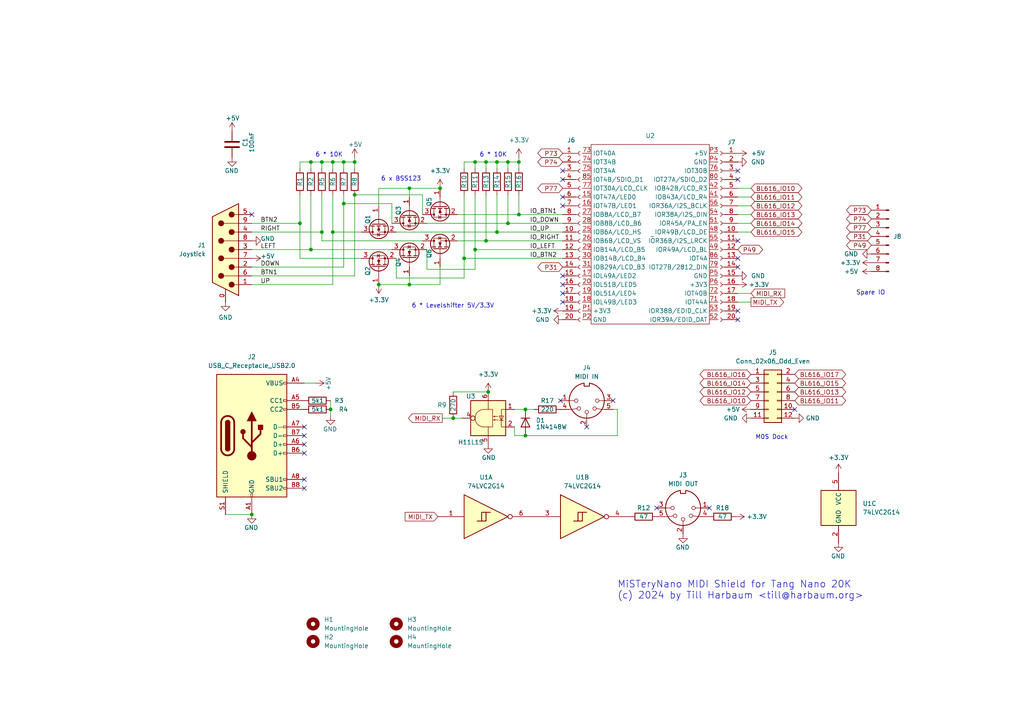
<source format=kicad_sch>
(kicad_sch (version 20230121) (generator eeschema)
  (paper "A4")
  (title_block (title "MiSTeryNano MIDI Shield") (date "2024-01-11") (rev "V1.0") (company "Till Harbaum"))
  (lib_symbols
    (symbol "74xGxx:74LVC2G14"
      (property "Reference" "U" (at 0 7.62 0))
      (property "Value" "74LVC2G14" (at 2.54 -7.62 0))
      (symbol "74LVC2G14_1_1"
        (pin input line (at -15.24 0 0) (length 7.62) (name "~") (number "1"))
        (pin output inverted (at 12.7 0 180) (length 7.62) (name "~") (number "6"))
      )
      (symbol "74LVC2G14_2_1"
        (pin input line (at -15.24 0 0) (length 7.62) (name "~") (number "3"))
        (pin output inverted (at 12.7 0 180) (length 7.62) (name "~") (number "4"))
      )
      (symbol "74LVC2G14_3_1"
        (pin power_in line (at 0 -10.16 90) (length 5.08) (name "GND") (number "2"))
        (pin power_in line (at 0 10.16 270) (length 5.08) (name "VCC") (number "5"))
      )
    )
    (symbol "Connector:Conn_01x08_Pin" (pin_names (offset 1.016) hide)
      (property "Reference" "J" (at 0 10.16 0))
      (property "Value" "Conn_01x08_Pin" (at 0 -12.7 0))
      (symbol "Conn_01x08_Pin_1_1"
        (pin passive line (at 5.08 7.62 180) (length 3.81) (name "Pin_1") (number "1"))
        (pin passive line (at 5.08 5.08 180) (length 3.81) (name "Pin_2") (number "2"))
        (pin passive line (at 5.08 2.54 180) (length 3.81) (name "Pin_3") (number "3"))
        (pin passive line (at 5.08 0 180) (length 3.81) (name "Pin_4") (number "4"))
        (pin passive line (at 5.08 -2.54 180) (length 3.81) (name "Pin_5") (number "5"))
        (pin passive line (at 5.08 -5.08 180) (length 3.81) (name "Pin_6") (number "6"))
        (pin passive line (at 5.08 -7.62 180) (length 3.81) (name "Pin_7") (number "7"))
        (pin passive line (at 5.08 -10.16 180) (length 3.81) (name "Pin_8") (number "8"))
      )
    )
    (symbol "Connector:Conn_01x20_Socket" (pin_names (offset 1.016) hide)
      (property "Reference" "J" (at 0 25.4 0))
      (property "Value" "Conn_01x20_Socket" (at 0 -27.94 0))
      (symbol "Conn_01x20_Socket_1_1"
        (pin passive line (at -5.08 22.86 0) (length 3.81) (name "Pin_1") (number "1"))
        (pin passive line (at -5.08 0 0) (length 3.81) (name "Pin_10") (number "10"))
        (pin passive line (at -5.08 -2.54 0) (length 3.81) (name "Pin_11") (number "11"))
        (pin passive line (at -5.08 -5.08 0) (length 3.81) (name "Pin_12") (number "12"))
        (pin passive line (at -5.08 -7.62 0) (length 3.81) (name "Pin_13") (number "13"))
        (pin passive line (at -5.08 -10.16 0) (length 3.81) (name "Pin_14") (number "14"))
        (pin passive line (at -5.08 -12.7 0) (length 3.81) (name "Pin_15") (number "15"))
        (pin passive line (at -5.08 -15.24 0) (length 3.81) (name "Pin_16") (number "16"))
        (pin passive line (at -5.08 -17.78 0) (length 3.81) (name "Pin_17") (number "17"))
        (pin passive line (at -5.08 -20.32 0) (length 3.81) (name "Pin_18") (number "18"))
        (pin passive line (at -5.08 -22.86 0) (length 3.81) (name "Pin_19") (number "19"))
        (pin passive line (at -5.08 20.32 0) (length 3.81) (name "Pin_2") (number "2"))
        (pin passive line (at -5.08 -25.4 0) (length 3.81) (name "Pin_20") (number "20"))
        (pin passive line (at -5.08 17.78 0) (length 3.81) (name "Pin_3") (number "3"))
        (pin passive line (at -5.08 15.24 0) (length 3.81) (name "Pin_4") (number "4"))
        (pin passive line (at -5.08 12.7 0) (length 3.81) (name "Pin_5") (number "5"))
        (pin passive line (at -5.08 10.16 0) (length 3.81) (name "Pin_6") (number "6"))
        (pin passive line (at -5.08 7.62 0) (length 3.81) (name "Pin_7") (number "7"))
        (pin passive line (at -5.08 5.08 0) (length 3.81) (name "Pin_8") (number "8"))
        (pin passive line (at -5.08 2.54 0) (length 3.81) (name "Pin_9") (number "9"))
      )
    )
    (symbol "Connector:DE9_Plug_MountingHoles" (pin_names (offset 1.016) hide)
      (property "Reference" "J" (at 0 16.51 0))
      (property "Value" "DE9_Plug_MountingHoles" (at 0 14.605 0))
      (symbol "DE9_Plug_MountingHoles_1_1"
        (pin passive line (at 0 -15.24 90) (length 3.81) (name "PAD") (number "0"))
        (pin passive line (at -7.62 -10.16 0) (length 3.81) (name "1") (number "1"))
        (pin passive line (at -7.62 -5.08 0) (length 3.81) (name "2") (number "2"))
        (pin passive line (at -7.62 0 0) (length 3.81) (name "3") (number "3"))
        (pin passive line (at -7.62 5.08 0) (length 3.81) (name "4") (number "4"))
        (pin passive line (at -7.62 10.16 0) (length 3.81) (name "5") (number "5"))
        (pin passive line (at -7.62 -7.62 0) (length 3.81) (name "6") (number "6"))
        (pin passive line (at -7.62 -2.54 0) (length 3.81) (name "7") (number "7"))
        (pin passive line (at -7.62 2.54 0) (length 3.81) (name "8") (number "8"))
        (pin passive line (at -7.62 7.62 0) (length 3.81) (name "9") (number "9"))
      )
    )
    (symbol "Connector:DIN-5_180degree" (pin_names (offset 1.016))
      (property "Reference" "J" (at 3.175 5.715 0))
      (property "Value" "DIN-5_180degree" (at 0 -6.35 0))
      (symbol "DIN-5_180degree_1_1"
        (pin passive line (at -7.62 0 0) (length 2.54) (name "~") (number "1"))
        (pin passive line (at 0 7.62 270) (length 2.54) (name "~") (number "2"))
        (pin passive line (at 7.62 0 180) (length 2.54) (name "~") (number "3"))
        (pin passive line (at -7.62 2.54 0) (length 2.54) (name "~") (number "4"))
        (pin passive line (at 7.62 2.54 180) (length 2.54) (name "~") (number "5"))
      )
    )
    (symbol "Connector:USB_C_Receptacle_USB2.0" (pin_names (offset 1.016))
      (property "Reference" "J" (at -10.16 19.05 0))
      (property "Value" "USB_C_Receptacle_USB2.0" (at 19.05 19.05 0))
      (symbol "USB_C_Receptacle_USB2.0_1_1"
        (pin passive line (at 0 -22.86 90) (length 5.08) (name "GND") (number "A1"))
        (pin passive line (at 0 -22.86 90) (length 5.08) hide (name "GND") (number "A12"))
        (pin passive line (at 15.24 15.24 180) (length 5.08) (name "VBUS") (number "A4"))
        (pin bidirectional line (at 15.24 10.16 180) (length 5.08) (name "CC1") (number "A5"))
        (pin bidirectional line (at 15.24 -2.54 180) (length 5.08) (name "D+") (number "A6"))
        (pin bidirectional line (at 15.24 2.54 180) (length 5.08) (name "D-") (number "A7"))
        (pin bidirectional line (at 15.24 -12.7 180) (length 5.08) (name "SBU1") (number "A8"))
        (pin passive line (at 15.24 15.24 180) (length 5.08) hide (name "VBUS") (number "A9"))
        (pin passive line (at 0 -22.86 90) (length 5.08) hide (name "GND") (number "B1"))
        (pin passive line (at 0 -22.86 90) (length 5.08) hide (name "GND") (number "B12"))
        (pin passive line (at 15.24 15.24 180) (length 5.08) hide (name "VBUS") (number "B4"))
        (pin bidirectional line (at 15.24 7.62 180) (length 5.08) (name "CC2") (number "B5"))
        (pin bidirectional line (at 15.24 -5.08 180) (length 5.08) (name "D+") (number "B6"))
        (pin bidirectional line (at 15.24 0 180) (length 5.08) (name "D-") (number "B7"))
        (pin bidirectional line (at 15.24 -15.24 180) (length 5.08) (name "SBU2") (number "B8"))
        (pin passive line (at 15.24 15.24 180) (length 5.08) hide (name "VBUS") (number "B9"))
        (pin passive line (at -7.62 -22.86 90) (length 5.08) (name "SHIELD") (number "S1"))
      )
    )
    (symbol "Connector_Generic:Conn_02x06_Odd_Even" (pin_names (offset 1.016) hide)
      (property "Reference" "J" (at 1.27 7.62 0))
      (property "Value" "Conn_02x06_Odd_Even" (at 1.27 -10.16 0))
      (symbol "Conn_02x06_Odd_Even_1_1"
        (pin passive line (at -5.08 5.08 0) (length 3.81) (name "Pin_1") (number "1"))
        (pin passive line (at 7.62 -5.08 180) (length 3.81) (name "Pin_10") (number "10"))
        (pin passive line (at -5.08 -7.62 0) (length 3.81) (name "Pin_11") (number "11"))
        (pin passive line (at 7.62 -7.62 180) (length 3.81) (name "Pin_12") (number "12"))
        (pin passive line (at 7.62 5.08 180) (length 3.81) (name "Pin_2") (number "2"))
        (pin passive line (at -5.08 2.54 0) (length 3.81) (name "Pin_3") (number "3"))
        (pin passive line (at 7.62 2.54 180) (length 3.81) (name "Pin_4") (number "4"))
        (pin passive line (at -5.08 0 0) (length 3.81) (name "Pin_5") (number "5"))
        (pin passive line (at 7.62 0 180) (length 3.81) (name "Pin_6") (number "6"))
        (pin passive line (at -5.08 -2.54 0) (length 3.81) (name "Pin_7") (number "7"))
        (pin passive line (at 7.62 -2.54 180) (length 3.81) (name "Pin_8") (number "8"))
        (pin passive line (at -5.08 -5.08 0) (length 3.81) (name "Pin_9") (number "9"))
      )
    )
    (symbol "Device:C" (pin_numbers hide) (pin_names (offset 0.254))
      (property "Reference" "C" (at 0.635 2.54 0))
      (property "Value" "C" (at 0.635 -2.54 0))
      (symbol "C_1_1"
        (pin passive line (at 0 3.81 270) (length 2.794) (name "~") (number "1"))
        (pin passive line (at 0 -3.81 90) (length 2.794) (name "~") (number "2"))
      )
    )
    (symbol "Device:R" (pin_numbers hide) (pin_names (offset 0))
      (property "Reference" "R" (at 2.032 0 90))
      (property "Value" "R" (at 0 0 90))
      (symbol "R_1_1"
        (pin passive line (at 0 3.81 270) (length 1.27) (name "~") (number "1"))
        (pin passive line (at 0 -3.81 90) (length 1.27) (name "~") (number "2"))
      )
    )
    (symbol "Diode:1N4148W" (pin_numbers hide) (pin_names hide)
      (property "Reference" "D" (at 0 2.54 0))
      (property "Value" "1N4148W" (at 0 -2.54 0))
      (symbol "1N4148W_1_1"
        (pin passive line (at -3.81 0 0) (length 2.54) (name "K") (number "1"))
        (pin passive line (at 3.81 0 180) (length 2.54) (name "A") (number "2"))
      )
    )
    (symbol "Isolator:H11L1" (pin_names (offset 1.016))
      (property "Reference" "U" (at 1.27 8.89 0))
      (property "Value" "H11L1" (at 1.27 6.35 0))
      (symbol "H11L1_1_1"
        (pin passive line (at -7.62 2.54 0) (length 2.54) (name "~") (number "1"))
        (pin passive line (at -7.62 -2.54 0) (length 2.54) (name "~") (number "2"))
        (pin no_connect line (at -5.08 0 0) (length 2.54) hide (name "~") (number "3"))
        (pin output inverted (at 7.62 0 180) (length 3.81) (name "~") (number "4"))
        (pin power_in line (at 0 -7.62 90) (length 2.54) (name "~") (number "5"))
        (pin power_in line (at 0 7.62 270) (length 2.54) (name "~") (number "6"))
      )
    )
    (symbol "Mechanical:MountingHole" (pin_names (offset 1.016))
      (property "Reference" "H" (at 0 5.08 0))
      (property "Value" "MountingHole" (at 0 3.175 0))
    )
    (symbol "Transistor_FET:BSS123" (pin_names hide)
      (property "Reference" "Q" (at 5.08 1.905 0))
      (property "Value" "BSS123" (at 5.08 0 0))
      (symbol "BSS123_1_1"
        (pin input line (at -5.08 0 0) (length 2.54) (name "G") (number "1"))
        (pin passive line (at 2.54 -5.08 90) (length 2.54) (name "S") (number "2"))
        (pin passive line (at 2.54 5.08 270) (length 2.54) (name "D") (number "3"))
      )
    )
    (symbol "power:+3.3V" (power) (pin_names (offset 0))
      (property "Value" "+3.3V" (at 0 3.556 0))
      (symbol "+3.3V_1_1"
        (pin power_in line (at 0 0 90) (length 0) hide (name "+3.3V") (number "1"))
      )
    )
    (symbol "power:+5V" (power) (pin_names (offset 0))
      (property "Value" "+5V" (at 0 3.556 0))
      (symbol "+5V_1_1"
        (pin power_in line (at 0 0 90) (length 0) hide (name "+5V") (number "1"))
      )
    )
    (symbol "power:GND" (power) (pin_names (offset 0))
      (property "Value" "GND" (at 0 -3.81 0))
      (symbol "GND_1_1"
        (pin power_in line (at 0 0 270) (length 0) hide (name "GND") (number "1"))
      )
    )
    (symbol "tang_nano:tang_nano_20k"
      (property "Reference" "U" (at -16.51 27.94 0))
      (symbol "tang_nano_20k_1_1"
        (pin bidirectional line (at -20.32 11.43 0) (length 2.54) (name "IOT47A/LED0") (number "15"))
        (pin bidirectional line (at -20.32 8.89 0) (length 2.54) (name "IOT47B/LED1") (number "16"))
        (pin bidirectional line (at -20.32 -11.43 0) (length 2.54) (name "IOL49A/LED2") (number "17"))
        (pin bidirectional line (at -20.32 -19.05 0) (length 2.54) (name "IOL49B/LED3") (number "18"))
        (pin bidirectional line (at -20.32 -16.51 0) (length 2.54) (name "IOL51A/LED4") (number "19"))
        (pin bidirectional line (at -20.32 -13.97 0) (length 2.54) (name "IOL51B/LED5") (number "20"))
        (pin bidirectional line (at -20.32 1.27 0) (length 2.54) (name "IOB6A/LCD_HS") (number "25"))
        (pin bidirectional line (at -20.32 -1.27 0) (length 2.54) (name "IOB6B/LCD_VS") (number "26"))
        (pin bidirectional line (at -20.32 6.35 0) (length 2.54) (name "IOB8A/LCD_B7") (number "27"))
        (pin bidirectional line (at -20.32 3.81 0) (length 2.54) (name "IOB8B/LCD_B6") (number "28"))
        (pin bidirectional line (at -20.32 -3.81 0) (length 2.54) (name "IOB14A/LCD_B5") (number "29"))
        (pin bidirectional line (at -20.32 -6.35 0) (length 2.54) (name "IOB14B/LCD_B4") (number "30"))
        (pin bidirectional line (at -20.32 -8.89 0) (length 2.54) (name "IOB29A/LCD_B3") (number "31"))
        (pin bidirectional line (at 19.05 11.43 180) (length 2.54) (name "IOB43A/LCD_R4") (number "41"))
        (pin bidirectional line (at 19.05 13.97 180) (length 2.54) (name "IOB42B/LCD_R3") (number "42"))
        (pin bidirectional line (at 19.05 1.27 180) (length 2.54) (name "IOR49B/LCD_DE") (number "48"))
        (pin bidirectional line (at 19.05 -3.81 180) (length 2.54) (name "IOR49A/LCD_BL") (number "49"))
        (pin bidirectional line (at 19.05 3.81 180) (length 2.54) (name "IOR45A/PA_EN") (number "51"))
        (pin bidirectional line (at 19.05 -24.13 180) (length 2.54) (name "IOR39A/EDID_DAT") (number "52"))
        (pin bidirectional line (at 19.05 -21.59 180) (length 2.54) (name "IOR38B/EDID_CLK") (number "53"))
        (pin bidirectional line (at 19.05 6.35 180) (length 2.54) (name "IOR38A/I2S_DIN") (number "54"))
        (pin bidirectional line (at 19.05 -1.27 180) (length 2.54) (name "IOR36B/I2S_LRCK") (number "55"))
        (pin bidirectional line (at 19.05 8.89 180) (length 2.54) (name "IOR36A/I2S_BCLK") (number "56"))
        (pin bidirectional line (at 19.05 -19.05 180) (length 2.54) (name "IOT44A") (number "71"))
        (pin bidirectional line (at 19.05 -16.51 180) (length 2.54) (name "IOT40B") (number "72"))
        (pin bidirectional line (at -20.32 24.13 0) (length 2.54) (name "IOT40A") (number "73"))
        (pin bidirectional line (at -20.32 21.59 0) (length 2.54) (name "IOT34B") (number "74"))
        (pin bidirectional line (at -20.32 19.05 0) (length 2.54) (name "IOT34A") (number "75"))
        (pin bidirectional line (at 19.05 19.05 180) (length 2.54) (name "IOT30B") (number "76"))
        (pin bidirectional line (at -20.32 13.97 0) (length 2.54) (name "IOT30A/LCD_CLK") (number "77"))
        (pin bidirectional line (at 19.05 -8.89 180) (length 2.54) (name "IOT27B/2812_DIN") (number "79"))
        (pin bidirectional line (at 19.05 16.51 180) (length 2.54) (name "IOT27A/SDIO_D2") (number "80"))
        (pin bidirectional line (at -20.32 16.51 0) (length 2.54) (name "IOT4B/SDIO_D1") (number "85"))
        (pin bidirectional line (at 19.05 -6.35 180) (length 2.54) (name "IOT4A") (number "86"))
        (pin power_out line (at -20.32 -21.59 0) (length 2.54) (name "+3V3") (number "P1"))
        (pin power_in line (at -20.32 -24.13 0) (length 2.54) (name "GND") (number "P2"))
        (pin power_in line (at 19.05 24.13 180) (length 2.54) (name "+5V") (number "P3"))
        (pin power_in line (at 19.05 21.59 180) (length 2.54) (name "GND") (number "P4"))
        (pin power_in line (at 19.05 -11.43 180) (length 2.54) (name "GND") (number "P5"))
        (pin power_out line (at 19.05 -13.97 180) (length 2.54) (name "+3V3") (number "P6"))
      )
    )
  )
  (junction (at 95.885 118.745))
  (junction (at 93.345 67.31))
  (junction (at 90.17 46.99))
  (junction (at 118.745 54.61))
  (junction (at 141.605 113.665))
  (junction (at 90.17 72.39))
  (junction (at 152.4 126.365))
  (junction (at 102.87 46.99))
  (junction (at 134.62 74.93))
  (junction (at 152.4 118.745))
  (junction (at 93.345 46.99))
  (junction (at 147.32 46.99))
  (junction (at 137.795 46.99))
  (junction (at 86.995 64.77))
  (junction (at 144.145 46.99))
  (junction (at 99.695 46.99))
  (junction (at 118.745 82.55))
  (junction (at 140.97 46.99))
  (junction (at 137.795 72.39))
  (junction (at 109.855 82.55))
  (junction (at 99.695 59.055))
  (junction (at 140.97 69.85))
  (junction (at 96.52 46.99))
  (junction (at 150.495 62.23))
  (junction (at 131.445 121.285))
  (junction (at 147.32 64.77))
  (junction (at 73.025 149.225))
  (junction (at 127.635 54.61))
  (junction (at 144.145 67.31))
  (junction (at 150.495 46.99))
  (junction (at 96.52 67.31))
  (junction (at 102.87 56.515))
  (no_connect (at 213.995 49.53))
  (no_connect (at 213.995 69.85))
  (no_connect (at 163.195 82.55))
  (no_connect (at 162.56 116.205))
  (no_connect (at 163.195 80.01))
  (no_connect (at 205.74 147.32))
  (no_connect (at 163.195 49.53))
  (no_connect (at 163.195 52.07))
  (no_connect (at 88.265 126.365))
  (no_connect (at 163.195 59.69))
  (no_connect (at 88.265 128.905))
  (no_connect (at 88.265 141.605))
  (no_connect (at 88.265 131.445))
  (no_connect (at 190.5 147.32))
  (no_connect (at 163.195 85.09))
  (no_connect (at 213.995 77.47))
  (no_connect (at 213.995 90.17))
  (no_connect (at 73.025 62.23))
  (no_connect (at 170.18 123.825))
  (no_connect (at 163.195 57.15))
  (no_connect (at 88.265 123.825))
  (no_connect (at 163.195 87.63))
  (no_connect (at 88.265 139.065))
  (no_connect (at 213.995 52.07))
  (no_connect (at 213.995 92.71))
  (no_connect (at 213.995 74.93))
  (no_connect (at 177.8 116.205))
  (no_connect (at 230.505 118.745))
  (wire (pts (xy 118.745 54.61) (xy 127.635 54.61)))
  (wire (pts (xy 144.145 56.515) (xy 144.145 67.31)))
  (wire (pts (xy 123.825 64.77) (xy 147.32 64.77)))
  (wire (pts (xy 137.795 56.515) (xy 137.795 72.39)))
  (wire (pts (xy 179.07 118.745) (xy 179.07 126.365)))
  (wire (pts (xy 65.405 149.225) (xy 73.025 149.225)))
  (wire (pts (xy 122.555 56.515) (xy 122.555 62.23)))
  (wire (pts (xy 134.62 46.99) (xy 137.795 46.99)))
  (wire (pts (xy 90.17 46.99) (xy 90.17 48.895)))
  (wire (pts (xy 95.885 116.205) (xy 95.885 118.745)))
  (wire (pts (xy 96.52 67.31) (xy 104.775 67.31)))
  (wire (pts (xy 179.07 126.365) (xy 152.4 126.365)))
  (wire (pts (xy 134.62 56.515) (xy 134.62 74.93)))
  (wire (pts (xy 150.495 46.99) (xy 150.495 45.72)))
  (wire (pts (xy 118.745 82.55) (xy 127.635 82.55)))
  (wire (pts (xy 86.995 74.93) (xy 86.995 64.77)))
  (wire (pts (xy 140.97 69.85) (xy 163.195 69.85)))
  (wire (pts (xy 147.32 46.99) (xy 150.495 46.99)))
  (wire (pts (xy 144.145 46.99) (xy 144.145 48.895)))
  (wire (pts (xy 99.695 59.055) (xy 99.695 56.515)))
  (wire (pts (xy 99.695 46.99) (xy 99.695 48.895)))
  (wire (pts (xy 86.995 48.895) (xy 86.995 46.99)))
  (wire (pts (xy 86.995 46.99) (xy 90.17 46.99)))
  (wire (pts (xy 96.52 46.99) (xy 99.695 46.99)))
  (wire (pts (xy 73.025 64.77) (xy 86.995 64.77)))
  (wire (pts (xy 113.665 59.055) (xy 99.695 59.055)))
  (wire (pts (xy 109.855 54.61) (xy 118.745 54.61)))
  (wire (pts (xy 177.8 118.745) (xy 179.07 118.745)))
  (wire (pts (xy 86.995 64.77) (xy 86.995 56.515)))
  (wire (pts (xy 149.225 126.365) (xy 149.225 123.825)))
  (wire (pts (xy 213.995 57.15) (xy 217.805 57.15)))
  (wire (pts (xy 86.995 74.93) (xy 104.775 74.93)))
  (wire (pts (xy 102.87 46.99) (xy 102.87 48.895)))
  (wire (pts (xy 99.695 59.055) (xy 99.695 77.47)))
  (wire (pts (xy 123.825 78.105) (xy 137.795 78.105)))
  (wire (pts (xy 152.4 126.365) (xy 149.225 126.365)))
  (wire (pts (xy 134.62 74.93) (xy 163.195 74.93)))
  (wire (pts (xy 93.345 46.99) (xy 96.52 46.99)))
  (wire (pts (xy 213.995 62.23) (xy 217.805 62.23)))
  (wire (pts (xy 96.52 67.31) (xy 96.52 56.515)))
  (wire (pts (xy 73.025 77.47) (xy 99.695 77.47)))
  (wire (pts (xy 140.97 46.99) (xy 140.97 48.895)))
  (wire (pts (xy 90.17 72.39) (xy 90.17 56.515)))
  (wire (pts (xy 213.995 64.77) (xy 217.805 64.77)))
  (wire (pts (xy 131.445 121.285) (xy 133.985 121.285)))
  (wire (pts (xy 137.795 78.105) (xy 137.795 72.39)))
  (wire (pts (xy 118.745 57.15) (xy 118.745 54.61)))
  (wire (pts (xy 113.665 59.055) (xy 113.665 64.77)))
  (wire (pts (xy 152.4 118.745) (xy 149.225 118.745)))
  (wire (pts (xy 95.885 118.745) (xy 95.885 120.65)))
  (wire (pts (xy 150.495 62.23) (xy 163.195 62.23)))
  (wire (pts (xy 128.27 121.285) (xy 131.445 121.285)))
  (wire (pts (xy 137.795 46.99) (xy 137.795 48.895)))
  (wire (pts (xy 213.995 85.09) (xy 217.805 85.09)))
  (wire (pts (xy 99.695 46.99) (xy 102.87 46.99)))
  (wire (pts (xy 102.87 56.515) (xy 122.555 56.515)))
  (wire (pts (xy 109.855 82.55) (xy 118.745 82.55)))
  (wire (pts (xy 114.935 80.645) (xy 134.62 80.645)))
  (wire (pts (xy 73.025 72.39) (xy 90.17 72.39)))
  (wire (pts (xy 213.995 54.61) (xy 217.805 54.61)))
  (wire (pts (xy 140.97 56.515) (xy 140.97 69.85)))
  (wire (pts (xy 114.935 74.93) (xy 114.935 80.645)))
  (wire (pts (xy 114.935 67.31) (xy 144.145 67.31)))
  (wire (pts (xy 102.87 56.515) (xy 102.87 80.01)))
  (wire (pts (xy 137.795 46.99) (xy 140.97 46.99)))
  (wire (pts (xy 150.495 56.515) (xy 150.495 62.23)))
  (wire (pts (xy 123.825 72.39) (xy 123.825 78.105)))
  (wire (pts (xy 93.345 69.85) (xy 93.345 67.31)))
  (wire (pts (xy 131.445 113.665) (xy 141.605 113.665)))
  (wire (pts (xy 73.025 82.55) (xy 96.52 82.55)))
  (wire (pts (xy 93.345 69.85) (xy 122.555 69.85)))
  (wire (pts (xy 88.265 111.125) (xy 91.44 111.125)))
  (wire (pts (xy 132.715 62.23) (xy 150.495 62.23)))
  (wire (pts (xy 134.62 80.645) (xy 134.62 74.93)))
  (wire (pts (xy 73.025 67.31) (xy 93.345 67.31)))
  (wire (pts (xy 127.635 82.55) (xy 127.635 77.47)))
  (wire (pts (xy 147.32 56.515) (xy 147.32 64.77)))
  (wire (pts (xy 96.52 67.31) (xy 96.52 82.55)))
  (wire (pts (xy 154.94 118.745) (xy 152.4 118.745)))
  (wire (pts (xy 132.715 69.85) (xy 140.97 69.85)))
  (wire (pts (xy 90.17 72.39) (xy 113.665 72.39)))
  (wire (pts (xy 144.145 46.99) (xy 147.32 46.99)))
  (wire (pts (xy 140.97 46.99) (xy 144.145 46.99)))
  (wire (pts (xy 93.345 67.31) (xy 93.345 56.515)))
  (wire (pts (xy 73.025 80.01) (xy 102.87 80.01)))
  (wire (pts (xy 109.855 59.69) (xy 109.855 54.61)))
  (wire (pts (xy 147.32 46.99) (xy 147.32 48.895)))
  (wire (pts (xy 150.495 46.99) (xy 150.495 48.895)))
  (wire (pts (xy 93.345 46.99) (xy 93.345 48.895)))
  (wire (pts (xy 137.795 72.39) (xy 163.195 72.39)))
  (wire (pts (xy 134.62 48.895) (xy 134.62 46.99)))
  (wire (pts (xy 213.995 87.63) (xy 217.805 87.63)))
  (wire (pts (xy 90.17 46.99) (xy 93.345 46.99)))
  (wire (pts (xy 213.995 67.31) (xy 217.805 67.31)))
  (wire (pts (xy 96.52 46.99) (xy 96.52 48.895)))
  (wire (pts (xy 118.745 80.01) (xy 118.745 82.55)))
  (wire (pts (xy 213.995 59.69) (xy 217.805 59.69)))
  (wire (pts (xy 147.32 64.77) (xy 163.195 64.77)))
  (wire (pts (xy 102.87 46.99) (xy 102.87 45.72)))
  (wire (pts (xy 144.145 67.31) (xy 163.195 67.31)))
  (text "6 * Levelshifter 5V/3.3V" (at 119.38 89.535 0) (effects (font (size 1.27 1.27)) (justify left bottom)))
  (text "Spare IO" (at 248.285 85.725 0) (effects (font (size 1.27 1.27)) (justify left bottom)))
  (text "MiSTeryNano MIDI Shield for Tang Nano 20K\n(c) 2024 by Till Harbaum <till@harbaum.org>" (at 179.07 173.99 0) (effects (font (size 2 2)) (justify left bottom)))
  (text "6 * 10K" (at 91.44 45.72 0) (effects (font (size 1.27 1.27)) (justify left bottom)))
  (text "6 x BSS123" (at 110.49 52.705 0) (effects (font (size 1.27 1.27)) (justify left bottom)))
  (text "6 * 10K" (at 139.065 45.72 0) (effects (font (size 1.27 1.27)) (justify left bottom)))
  (text "M0S Dock" (at 219.075 127.635 0) (effects (font (size 1.27 1.27)) (justify left bottom)))
  (label "IO_LEFT" (at 153.67 72.39 0))
  (label "BTN2" (at 75.565 64.77 0))
  (label "LEFT" (at 75.565 72.39 0))
  (label "UP" (at 75.565 82.55 0))
  (label "BTN1" (at 75.565 80.01 0))
  (label "IO_BTN1" (at 153.67 62.23 0))
  (label "IO_UP" (at 153.67 67.31 0))
  (label "IO_DOWN" (at 153.67 64.77 0))
  (label "IO_BTN2" (at 153.67 74.93 0))
  (label "IO_RIGHT" (at 153.67 69.85 0))
  (label "DOWN" (at 75.565 77.47 0))
  (label "RIGHT" (at 75.565 67.31 0))
  (global_label "BL616_IO12" (shape bidirectional) (at 217.805 59.69 0) (property "Intersheetrefs" "${INTERSHEET_REFS}" (effects hide)))
  (global_label "BL616_IO10" (shape bidirectional) (at 217.805 116.205 180) (property "Intersheetrefs" "${INTERSHEET_REFS}" (effects hide)))
  (global_label "BL616_IO10" (shape bidirectional) (at 217.805 54.61 0) (property "Intersheetrefs" "${INTERSHEET_REFS}" (effects hide)))
  (global_label "P31" (shape bidirectional) (at 163.195 77.47 180) (property "Intersheetrefs" "${INTERSHEET_REFS}" (effects hide)))
  (global_label "P49" (shape bidirectional) (at 252.73 71.12 180) (property "Intersheetrefs" "${INTERSHEET_REFS}" (effects hide)))
  (global_label "BL616_IO17" (shape bidirectional) (at 230.505 108.585 0) (property "Intersheetrefs" "${INTERSHEET_REFS}" (effects hide)))
  (global_label "P49" (shape bidirectional) (at 213.995 72.39 0) (property "Intersheetrefs" "${INTERSHEET_REFS}" (effects hide)))
  (global_label "P74" (shape bidirectional) (at 252.73 63.5 180) (property "Intersheetrefs" "${INTERSHEET_REFS}" (effects hide)))
  (global_label "BL616_IO13" (shape bidirectional) (at 217.805 62.23 0) (property "Intersheetrefs" "${INTERSHEET_REFS}" (effects hide)))
  (global_label "MIDI_TX" (shape input) (at 127 149.86 180) (property "Intersheetrefs" "${INTERSHEET_REFS}" (effects hide)))
  (global_label "BL616_IO11" (shape bidirectional) (at 230.505 116.205 0) (property "Intersheetrefs" "${INTERSHEET_REFS}" (effects hide)))
  (global_label "BL616_IO15" (shape bidirectional) (at 230.505 111.125 0) (property "Intersheetrefs" "${INTERSHEET_REFS}" (effects hide)))
  (global_label "BL616_IO11" (shape bidirectional) (at 217.805 57.15 0) (property "Intersheetrefs" "${INTERSHEET_REFS}" (effects hide)))
  (global_label "BL616_IO16" (shape bidirectional) (at 217.805 108.585 180) (property "Intersheetrefs" "${INTERSHEET_REFS}" (effects hide)))
  (global_label "BL616_IO15" (shape bidirectional) (at 217.805 67.31 0) (property "Intersheetrefs" "${INTERSHEET_REFS}" (effects hide)))
  (global_label "MIDI_RX" (shape input) (at 217.805 85.09 0) (property "Intersheetrefs" "${INTERSHEET_REFS}" (effects hide)))
  (global_label "BL616_IO14" (shape bidirectional) (at 217.805 111.125 180) (property "Intersheetrefs" "${INTERSHEET_REFS}" (effects hide)))
  (global_label "P74" (shape bidirectional) (at 163.195 46.99 180) (property "Intersheetrefs" "${INTERSHEET_REFS}" (effects hide)))
  (global_label "P73" (shape bidirectional) (at 252.73 60.96 180) (property "Intersheetrefs" "${INTERSHEET_REFS}" (effects hide)))
  (global_label "P77" (shape bidirectional) (at 252.73 66.04 180) (property "Intersheetrefs" "${INTERSHEET_REFS}" (effects hide)))
  (global_label "MIDI_TX" (shape output) (at 217.805 87.63 0) (property "Intersheetrefs" "${INTERSHEET_REFS}" (effects hide)))
  (global_label "MIDI_RX" (shape output) (at 128.27 121.285 180) (property "Intersheetrefs" "${INTERSHEET_REFS}" (effects hide)))
  (global_label "BL616_IO14" (shape bidirectional) (at 217.805 64.77 0) (property "Intersheetrefs" "${INTERSHEET_REFS}" (effects hide)))
  (global_label "P77" (shape bidirectional) (at 163.195 54.61 180) (property "Intersheetrefs" "${INTERSHEET_REFS}" (effects hide)))
  (global_label "P31" (shape bidirectional) (at 252.73 68.58 180) (property "Intersheetrefs" "${INTERSHEET_REFS}" (effects hide)))
  (global_label "P73" (shape bidirectional) (at 163.195 44.45 180) (property "Intersheetrefs" "${INTERSHEET_REFS}" (effects hide)))
  (global_label "BL616_IO12" (shape bidirectional) (at 217.805 113.665 180) (property "Intersheetrefs" "${INTERSHEET_REFS}" (effects hide)))
  (global_label "BL616_IO13" (shape bidirectional) (at 230.505 113.665 0) (property "Intersheetrefs" "${INTERSHEET_REFS}" (effects hide)))
  (symbol (lib_id "Device:R") (at 96.52 52.705 180) (unit 1)
    (property "Reference" "R6" (at 96.52 52.705 90))
    (property "Value" "10k" (effects hide))
    (property "Footprint" "Resistor_SMD:R_0805_2012Metric" (effects hide))
    (property "LCSC Part #" "C17414" (effects hide))
  )
  (symbol (lib_id "power:+5V") (at 252.73 78.74 90) (mirror x) (unit 1)
    (property "Reference" "#PWR028" (effects hide))
    (property "Value" "+5V" (at 248.92 78.74 90) (effects (justify left)))
  )
  (symbol (lib_id "Mechanical:MountingHole") (at 90.805 180.975 0) (unit 1) (in_bom no)
    (property "Reference" "H1" (at 93.98 179.705 0) (effects (justify left)))
    (property "Value" "MountingHole" (at 93.98 182.245 0) (effects (justify left)))
    (property "Footprint" "MountingHole:MountingHole_3.2mm_M3" (effects hide))
  )
  (symbol (lib_id "Connector:DIN-5_180degree") (at 198.12 147.32 180) (unit 1)
    (property "Reference" "J3" (at 198.1199 137.795 0))
    (property "Value" "MIDI OUT" (at 198.1199 140.335 0))
    (property "Footprint" "tangnano:din-5" (effects hide))
    (property "Datasheet" "http://www.mouser.com/ds/2/18/40_c091_abd_e-75918.pdf" (effects hide))
    (property "LCSC Part #" "C2939346" (effects hide))
    (property "JLCPCB Position Offset" "0,-1" (effects hide))
  )
  (symbol (lib_id "Connector_Generic:Conn_02x06_Odd_Even") (at 222.885 113.665 0) (unit 1)
    (property "Reference" "J5" (at 224.155 102.235 0))
    (property "Value" "Conn_02x06_Odd_Even" (at 224.155 104.775 0))
    (property "Footprint" "Connector_PinSocket_2.54mm:PinSocket_2x06_P2.54mm_Horizontal" (effects hide))
    (property "LCSC Part #" "C5333437" (effects hide))
    (property "JLCPCB Rotation Offset" "270" (effects hide))
    (property "JLCPCB Position Offset" "6.35,-1.5" (effects hide))
  )
  (symbol (lib_id "Diode:1N4148W") (at 152.4 122.555 90) (mirror x) (unit 1)
    (property "Reference" "D1" (at 158.115 121.92 90) (effects (justify left)))
    (property "Value" "1N4148W" (at 164.465 123.825 90) (effects (justify left)))
    (property "Footprint" "Diode_SMD:D_SOD-123" (effects hide))
    (property "Datasheet" "https://www.vishay.com/docs/85748/1n4148w.pdf" (effects hide))
    (property "Sim.Device" "D" (effects hide))
    (property "Sim.Pins" "1=K 2=A" (effects hide))
    (property "LCSC Part #" "C81598" (effects hide))
  )
  (symbol (lib_id "Device:R") (at 131.445 117.475 0) (mirror x) (unit 1)
    (property "Reference" "R9" (at 129.54 117.475 0) (effects (justify right)))
    (property "Value" "270" (at 131.445 119.38 90) (effects (justify right)))
    (property "Footprint" "Resistor_SMD:R_0805_2012Metric" (effects hide))
    (property "LCSC Part #" " C17530" (effects hide))
  )
  (symbol (lib_id "Connector:Conn_01x08_Pin") (at 257.81 68.58 0) (mirror y) (unit 1)
    (property "Reference" "J8" (at 259.08 68.58 0) (effects (justify right)))
    (property "Value" "Conn_02x04_Pin" (effects hide))
    (property "Footprint" "Connector_PinHeader_2.54mm:PinHeader_2x04_P2.54mm_Vertical" (effects hide))
    (property "LCSC Part #" " C706894" (effects hide))
    (property "JLCPCB Rotation Offset" "90" (effects hide))
    (property "JLCPCB Position Offset" "-3.81,-1.27" (effects hide))
  )
  (symbol (lib_id "power:+3.3V") (at 150.495 45.72 0) (unit 1)
    (property "Reference" "#PWR015" (effects hide))
    (property "Value" "+3.3V" (at 150.495 40.64 0))
  )
  (symbol (lib_id "Connector:Conn_01x20_Socket") (at 208.915 67.31 0) (mirror y) (unit 1)
    (property "Reference" "J7" (at 213.36 41.275 0) (effects (justify left)))
    (property "Value" "Conn_01x20_Socket" (effects hide))
    (property "Footprint" "Connector_PinSocket_2.54mm:PinSocket_1x20_P2.54mm_Vertical" (effects hide))
    (property "LCSC Part #" " C5224030" (effects hide))
  )
  (symbol (lib_id "power:+5V") (at 91.44 111.125 270) (unit 1)
    (property "Reference" "#PWR07" (effects hide))
    (property "Value" "+5V" (at 95.25 109.22 0) (effects (justify left)))
  )
  (symbol (lib_id "power:GND") (at 243.205 157.48 0) (unit 1)
    (property "Reference" "#PWR029" (effects hide))
    (property "Value" "GND" (at 245.11 161.29 0) (effects (justify right)))
  )
  (symbol (lib_id "power:+5V") (at 213.995 44.45 270) (unit 1)
    (property "Reference" "#PWR020" (effects hide))
    (property "Value" "+5V" (at 217.805 44.45 90) (effects (justify left)))
  )
  (symbol (lib_id "Device:R") (at 134.62 52.705 180) (unit 1)
    (property "Reference" "R10" (at 134.62 52.705 90))
    (property "Value" "10k" (effects hide))
    (property "Footprint" "Resistor_SMD:R_0805_2012Metric" (effects hide))
    (property "LCSC Part #" "C17414" (effects hide))
  )
  (symbol (lib_id "power:GND") (at 198.12 154.94 0) (unit 1)
    (property "Reference" "#PWR016" (effects hide))
    (property "Value" "GND" (at 200.025 158.75 0) (effects (justify right)))
  )
  (symbol (lib_id "power:+5V") (at 73.025 74.93 270) (unit 1)
    (property "Reference" "#PWR05" (effects hide))
    (property "Value" "+5V" (at 75.565 74.295 90) (effects (justify left)))
  )
  (symbol (lib_id "tang_nano:tang_nano_20k") (at 189.23 68.58 0) (unit 1) (in_bom no) (on_board no)
    (property "Reference" "U2" (at 188.595 39.37 0))
    (property "Value" "~" (at 189.23 68.58 0))
    (property "Footprint" "tangnano:tang nano 20k" (effects hide))
  )
  (symbol (lib_id "power:GND") (at 213.995 80.01 90) (unit 1)
    (property "Reference" "#PWR022" (effects hide))
    (property "Value" "GND" (at 217.805 80.01 90) (effects (justify right)))
  )
  (symbol (lib_id "power:+3.3V") (at 109.855 82.55 180) (unit 1)
    (property "Reference" "#PWR010" (effects hide))
    (property "Value" "+3.3V" (at 109.855 86.995 0))
  )
  (symbol (lib_id "Connector:DIN-5_180degree") (at 170.18 116.205 0) (mirror x) (unit 1)
    (property "Reference" "J4" (at 170.1801 106.68 0))
    (property "Value" "MIDI IN" (at 170.1801 109.22 0))
    (property "Footprint" "tangnano:din-5" (effects hide))
    (property "Datasheet" "http://www.mouser.com/ds/2/18/40_c091_abd_e-75918.pdf" (effects hide))
    (property "LCSC Part #" "C2939346" (effects hide))
    (property "JLCPCB Position Offset" "0,-1" (effects hide))
  )
  (symbol (lib_id "power:GND") (at 67.31 45.72 0) (unit 1)
    (property "Reference" "#PWR03" (effects hide))
    (property "Value" "GND" (at 69.215 49.53 0) (effects (justify right)))
  )
  (symbol (lib_id "Mechanical:MountingHole") (at 114.935 180.975 0) (unit 1) (in_bom no)
    (property "Reference" "H3" (at 118.11 179.705 0) (effects (justify left)))
    (property "Value" "MountingHole" (at 118.11 182.245 0) (effects (justify left)))
    (property "Footprint" "MountingHole:MountingHole_3.2mm_M3" (effects hide))
  )
  (symbol (lib_id "Connector:Conn_01x20_Socket") (at 168.275 67.31 0) (unit 1)
    (property "Reference" "J6" (at 164.465 40.64 0) (effects (justify left)))
    (property "Value" "Conn_01x20_Socket" (effects hide))
    (property "Footprint" "Connector_PinSocket_2.54mm:PinSocket_1x20_P2.54mm_Vertical" (effects hide))
    (property "LCSC Part #" " C5224030" (effects hide))
  )
  (symbol (lib_id "Mechanical:MountingHole") (at 90.805 186.055 0) (unit 1) (in_bom no)
    (property "Reference" "H2" (at 93.98 184.785 0) (effects (justify left)))
    (property "Value" "MountingHole" (at 93.98 187.325 0) (effects (justify left)))
    (property "Footprint" "MountingHole:MountingHole_3.2mm_M3" (effects hide))
  )
  (symbol (lib_id "power:GND") (at 95.885 120.65 0) (unit 1)
    (property "Reference" "#PWR08" (effects hide))
    (property "Value" "GND" (at 97.79 124.46 0) (effects (justify right)))
  )
  (symbol (lib_id "power:GND") (at 217.805 121.285 270) (unit 1)
    (property "Reference" "#PWR025" (effects hide))
    (property "Value" "GND" (at 213.995 121.285 90) (effects (justify right)))
  )
  (symbol (lib_id "Isolator:H11L1") (at 141.605 121.285 0) (mirror y) (unit 1)
    (property "Reference" "U3" (at 136.525 114.935 0))
    (property "Value" "H11L1S" (at 136.525 128.27 0))
    (property "Footprint" "Package_DIP:SMDIP-6_W9.53mm" (effects hide))
    (property "Datasheet" "https://www.onsemi.com/pub/Collateral/H11L3M-D.PDF" (effects hide))
    (property "LCSC Part #" "C78589" (effects hide))
    (property "JLCPCB Rotation Offset" "270" (effects hide))
  )
  (symbol (lib_id "power:+3.3V") (at 252.73 76.2 90) (mirror x) (unit 1)
    (property "Reference" "#PWR027" (effects hide))
    (property "Value" "+3.3V" (at 249.555 76.2 90) (effects (justify left)))
  )
  (symbol (lib_id "Device:R") (at 93.345 52.705 180) (unit 1)
    (property "Reference" "R5" (at 93.345 52.705 90))
    (property "Value" "10k" (effects hide))
    (property "Footprint" "Resistor_SMD:R_0805_2012Metric" (effects hide))
    (property "LCSC Part #" "C17414" (effects hide))
  )
  (symbol (lib_id "Device:R") (at 92.075 118.745 270) (mirror x) (unit 1) (in_bom no)
    (property "Reference" "R4" (at 100.965 118.745 90) (effects (justify right)))
    (property "Value" "5k1" (at 93.98 118.745 90) (effects (justify right)))
    (property "Footprint" "Resistor_SMD:R_0805_2012Metric" (effects hide))
    (property "LCSC Part #" "C27834" (effects hide))
  )
  (symbol (lib_id "Device:R") (at 150.495 52.705 180) (unit 1)
    (property "Reference" "R16" (at 150.495 52.705 90))
    (property "Value" "10k" (effects hide))
    (property "Footprint" "Resistor_SMD:R_0805_2012Metric" (effects hide))
    (property "LCSC Part #" "C17414" (effects hide))
  )
  (symbol (lib_id "power:GND") (at 141.605 128.905 0) (mirror y) (unit 1)
    (property "Reference" "#PWR013" (effects hide))
    (property "Value" "GND" (at 139.7 132.715 0) (effects (justify right)))
  )
  (symbol (lib_id "power:GND") (at 65.405 87.63 0) (mirror y) (unit 1)
    (property "Reference" "#PWR01" (effects hide))
    (property "Value" "GND" (at 65.405 92.075 0))
  )
  (symbol (lib_id "power:+3.3V") (at 213.36 149.86 270) (unit 1)
    (property "Reference" "#PWR019" (effects hide))
    (property "Value" "+3.3V" (at 216.535 149.86 90) (effects (justify left)))
  )
  (symbol (lib_id "74xGxx:74LVC2G14") (at 170.18 149.86 0) (unit 2)
    (property "Reference" "U1" (at 168.91 138.43 0))
    (property "Value" "74LVC2G14" (at 168.91 140.97 0))
    (property "Footprint" "Package_TO_SOT_SMD:SOT-23-6" (effects hide))
    (property "Datasheet" "https://www.ti.com/lit/ds/symlink/sn74lvc2g14.pdf" (effects hide))
    (property "LCSC Part #" "C5375976" (effects hide))
    (property "JLCPCB Rotation Offset" "90" (effects hide))
  )
  (symbol (lib_id "Device:R") (at 92.075 116.205 270) (mirror x) (unit 1) (in_bom no)
    (property "Reference" "R3" (at 99.695 116.205 90) (effects (justify right)))
    (property "Value" "5k1" (at 93.98 116.205 90) (effects (justify right)))
    (property "Footprint" "Resistor_SMD:R_0805_2012Metric" (effects hide))
    (property "LCSC Part #" "C27834" (effects hide))
  )
  (symbol (lib_id "Device:R") (at 140.97 52.705 180) (unit 1)
    (property "Reference" "R13" (at 140.97 52.705 90))
    (property "Value" "10k" (effects hide))
    (property "Footprint" "Resistor_SMD:R_0805_2012Metric" (effects hide))
    (property "LCSC Part #" "C17414" (effects hide))
  )
  (symbol (lib_id "power:+3.3V") (at 141.605 113.665 0) (unit 1)
    (property "Reference" "#PWR014" (effects hide))
    (property "Value" "+3.3V" (at 141.605 108.585 0))
  )
  (symbol (lib_id "Connector:USB_C_Receptacle_USB2.0") (at 73.025 126.365 0) (unit 1) (in_bom no)
    (property "Reference" "J2" (at 73.025 103.505 0))
    (property "Value" "USB_C_Receptacle_USB2.0" (at 73.025 106.045 0))
    (property "Footprint" "usb-c:TYPE-C-31-M-12" (effects hide))
    (property "Datasheet" "https://www.usb.org/sites/default/files/documents/usb_type-c.zip" (effects hide))
    (property "LCSC Part #" "C2927037" (effects hide))
    (property "JLCPCB Position Offset" "0,2.4" (effects hide))
  )
  (symbol (lib_id "power:GND") (at 252.73 73.66 270) (mirror x) (unit 1)
    (property "Reference" "#PWR011" (effects hide))
    (property "Value" "GND" (at 248.92 73.66 90) (effects (justify right)))
  )
  (symbol (lib_id "Device:R") (at 99.695 52.705 180) (unit 1)
    (property "Reference" "R7" (at 99.695 52.705 90))
    (property "Value" "10k" (effects hide))
    (property "Footprint" "Resistor_SMD:R_0805_2012Metric" (effects hide))
    (property "LCSC Part #" "C17414" (effects hide))
  )
  (symbol (lib_id "Transistor_FET:BSS123") (at 127.635 59.69 90) (mirror x) (unit 1)
    (property "Reference" "Q5" (at 124.46 57.15 0) (effects (justify left)))
    (property "Value" "BSS123" (effects hide))
    (property "Footprint" "Package_TO_SOT_SMD:SOT-23" (effects hide))
    (property "Datasheet" "http://www.diodes.com/assets/Datasheets/ds30366.pdf" (effects hide))
    (property "JLCPCB Rotation Offset" "180" (effects hide))
    (property "LCSC Part #" "C79015" (effects hide))
  )
  (symbol (lib_id "74xGxx:74LVC2G14") (at 243.205 147.32 0) (unit 3)
    (property "Reference" "U1" (at 250.19 146.05 0) (effects (justify left)))
    (property "Value" "74LVC2G14" (at 250.19 148.59 0) (effects (justify left)))
    (property "Footprint" "Package_TO_SOT_SMD:SOT-23-6" (effects hide))
    (property "Datasheet" "https://www.ti.com/lit/ds/symlink/sn74lvc2g14.pdf" (effects hide))
    (property "LCSC Part #" "C5375976" (effects hide))
    (property "JLCPCB Rotation Offset" "90" (effects hide))
  )
  (symbol (lib_id "Transistor_FET:BSS123") (at 118.745 74.93 90) (unit 1)
    (property "Reference" "Q4" (at 115.57 77.47 0) (effects (justify left)))
    (property "Value" "BSS123" (effects hide))
    (property "Footprint" "Package_TO_SOT_SMD:SOT-23" (effects hide))
    (property "Datasheet" "http://www.diodes.com/assets/Datasheets/ds30366.pdf" (effects hide))
    (property "JLCPCB Rotation Offset" "180" (effects hide))
    (property "LCSC Part #" "C79015" (effects hide))
  )
  (symbol (lib_id "Device:R") (at 144.145 52.705 180) (unit 1)
    (property "Reference" "R14" (at 144.145 52.705 90))
    (property "Value" "10k" (effects hide))
    (property "Footprint" "Resistor_SMD:R_0805_2012Metric" (effects hide))
    (property "LCSC Part #" "C17414" (effects hide))
  )
  (symbol (lib_id "power:+5V") (at 102.87 45.72 0) (unit 1)
    (property "Reference" "#PWR09" (effects hide))
    (property "Value" "+5V" (at 100.965 41.91 0) (effects (justify left)))
  )
  (symbol (lib_id "Connector:DE9_Plug_MountingHoles") (at 65.405 72.39 0) (mirror y) (unit 1)
    (property "Reference" "J1" (at 59.69 71.12 0) (effects (justify left)))
    (property "Value" "Joystick" (at 59.69 73.66 0) (effects (justify left)))
    (property "Footprint" "Connector_Dsub:DSUB-9_Male_Horizontal_P2.77x2.84mm_EdgePinOffset7.70mm_Housed_MountingHolesOffset9.12mm" (effects hide))
    (property "Datasheet" " ~" (effects hide))
    (property "LCSC Part #" "C141880" (effects hide))
    (property "JLCPCB Rotation Offset" "270" (effects hide))
    (property "JLCPCB Position Offset" "1,5.5" (effects hide))
  )
  (symbol (lib_id "Device:R") (at 209.55 149.86 90) (unit 1)
    (property "Reference" "R18" (at 209.55 147.32 90))
    (property "Value" "47" (at 209.55 149.86 90))
    (property "Footprint" "Resistor_SMD:R_0805_2012Metric" (effects hide))
    (property "LCSC Part #" " C17714" (effects hide))
  )
  (symbol (lib_id "Device:R") (at 90.17 52.705 180) (unit 1)
    (property "Reference" "R2" (at 90.17 52.705 90))
    (property "Value" "10k" (effects hide))
    (property "Footprint" "Resistor_SMD:R_0805_2012Metric" (effects hide))
    (property "LCSC Part #" "C17414" (effects hide))
  )
  (symbol (lib_id "power:GND") (at 213.995 46.99 90) (unit 1)
    (property "Reference" "#PWR021" (effects hide))
    (property "Value" "GND" (at 217.805 46.99 90) (effects (justify right)))
  )
  (symbol (lib_id "power:+5V") (at 67.31 38.1 0) (unit 1)
    (property "Reference" "#PWR02" (effects hide))
    (property "Value" "+5V" (at 65.405 34.29 0) (effects (justify left)))
  )
  (symbol (lib_id "power:GND") (at 230.505 121.285 90) (unit 1)
    (property "Reference" "#PWR026" (effects hide))
    (property "Value" "GND" (at 233.68 121.285 90) (effects (justify right)))
  )
  (symbol (lib_id "power:+3.3V") (at 127.635 54.61 0) (unit 1)
    (property "Reference" "#PWR012" (effects hide))
    (property "Value" "+3.3V" (at 127.635 49.53 0))
  )
  (symbol (lib_id "Transistor_FET:BSS123") (at 127.635 72.39 90) (unit 1)
    (property "Reference" "Q6" (at 124.46 74.93 0) (effects (justify left)))
    (property "Value" "BSS123" (effects hide))
    (property "Footprint" "Package_TO_SOT_SMD:SOT-23" (effects hide))
    (property "Datasheet" "http://www.diodes.com/assets/Datasheets/ds30366.pdf" (effects hide))
    (property "JLCPCB Rotation Offset" "180" (effects hide))
    (property "LCSC Part #" "C79015" (effects hide))
  )
  (symbol (lib_id "power:GND") (at 73.025 69.85 90) (unit 1)
    (property "Reference" "#PWR04" (effects hide))
    (property "Value" "GND" (at 75.565 69.215 90) (effects (justify right)))
  )
  (symbol (lib_id "power:+3.3V") (at 243.205 137.16 0) (unit 1)
    (property "Reference" "#PWR030" (effects hide))
    (property "Value" "+3.3V" (at 243.205 132.715 0))
  )
  (symbol (lib_id "power:+3.3V") (at 213.995 82.55 270) (unit 1)
    (property "Reference" "#PWR023" (effects hide))
    (property "Value" "+3.3V" (at 217.17 82.55 90) (effects (justify left)))
  )
  (symbol (lib_id "Device:R") (at 102.87 52.705 180) (unit 1)
    (property "Reference" "R8" (at 102.87 52.705 90))
    (property "Value" "10k" (effects hide))
    (property "Footprint" "Resistor_SMD:R_0805_2012Metric" (effects hide))
    (property "LCSC Part #" "C17414" (effects hide))
  )
  (symbol (lib_id "74xGxx:74LVC2G14") (at 142.24 149.86 0) (unit 1)
    (property "Reference" "U1" (at 140.97 138.43 0))
    (property "Value" "74LVC2G14" (at 140.97 140.97 0))
    (property "Footprint" "Package_TO_SOT_SMD:SOT-23-6" (effects hide))
    (property "Datasheet" "https://www.ti.com/lit/ds/symlink/sn74lvc2g14.pdf" (effects hide))
    (property "LCSC Part #" "C5375976" (effects hide))
    (property "JLCPCB Rotation Offset" "90" (effects hide))
  )
  (symbol (lib_id "Device:R") (at 158.75 118.745 270) (mirror x) (unit 1)
    (property "Reference" "R17" (at 158.75 116.205 90))
    (property "Value" "220" (at 158.75 118.745 90))
    (property "Footprint" "Resistor_SMD:R_0805_2012Metric" (effects hide))
    (property "LCSC Part #" " C17557" (effects hide))
  )
  (symbol (lib_id "Transistor_FET:BSS123") (at 109.855 77.47 90) (unit 1)
    (property "Reference" "Q2" (at 106.68 80.01 0) (effects (justify left)))
    (property "Value" "BSS123" (effects hide))
    (property "Footprint" "Package_TO_SOT_SMD:SOT-23" (effects hide))
    (property "Datasheet" "http://www.diodes.com/assets/Datasheets/ds30366.pdf" (effects hide))
    (property "JLCPCB Rotation Offset" "180" (effects hide))
    (property "LCSC Part #" "C79015" (effects hide))
  )
  (symbol (lib_id "power:+5V") (at 217.805 118.745 90) (unit 1)
    (property "Reference" "#PWR024" (effects hide))
    (property "Value" "+5V" (at 214.63 118.745 90) (effects (justify left)))
  )
  (symbol (lib_id "Transistor_FET:BSS123") (at 118.745 62.23 90) (mirror x) (unit 1)
    (property "Reference" "Q3" (at 115.57 59.69 0) (effects (justify left)))
    (property "Value" "BSS123" (effects hide))
    (property "Footprint" "Package_TO_SOT_SMD:SOT-23" (effects hide))
    (property "Datasheet" "http://www.diodes.com/assets/Datasheets/ds30366.pdf" (effects hide))
    (property "JLCPCB Rotation Offset" "180" (effects hide))
    (property "LCSC Part #" "C79015" (effects hide))
  )
  (symbol (lib_id "Device:R") (at 186.69 149.86 90) (unit 1)
    (property "Reference" "R12" (at 186.69 147.32 90))
    (property "Value" "47" (at 186.69 149.86 90))
    (property "Footprint" "Resistor_SMD:R_0805_2012Metric" (effects hide))
    (property "LCSC Part #" " C17714" (effects hide))
  )
  (symbol (lib_id "Device:R") (at 147.32 52.705 180) (unit 1)
    (property "Reference" "R15" (at 147.32 52.705 90))
    (property "Value" "10k" (effects hide))
    (property "Footprint" "Resistor_SMD:R_0805_2012Metric" (effects hide))
    (property "LCSC Part #" "C17414" (effects hide))
  )
  (symbol (lib_id "power:GND") (at 163.195 92.71 270) (unit 1)
    (property "Reference" "#PWR018" (effects hide))
    (property "Value" "GND" (at 159.385 92.71 90) (effects (justify right)))
  )
  (symbol (lib_id "Device:C") (at 67.31 41.91 180) (unit 1)
    (property "Reference" "C1" (at 71.12 41.275 90))
    (property "Value" "100nF" (at 73.025 41.275 90))
    (property "Footprint" "Capacitor_SMD:C_0805_2012Metric" (effects hide))
    (property "LCSC Part #" " C49678" (effects hide))
  )
  (symbol (lib_id "Transistor_FET:BSS123") (at 109.855 64.77 90) (mirror x) (unit 1)
    (property "Reference" "Q1" (at 106.68 62.23 0) (effects (justify left)))
    (property "Value" "BSS123" (effects hide))
    (property "Footprint" "Package_TO_SOT_SMD:SOT-23" (effects hide))
    (property "Datasheet" "http://www.diodes.com/assets/Datasheets/ds30366.pdf" (effects hide))
    (property "JLCPCB Rotation Offset" "180" (effects hide))
    (property "LCSC Part #" "C79015" (effects hide))
  )
  (symbol (lib_id "Device:R") (at 137.795 52.705 180) (unit 1)
    (property "Reference" "R11" (at 137.795 52.705 90))
    (property "Value" "10k" (effects hide))
    (property "Footprint" "Resistor_SMD:R_0805_2012Metric" (effects hide))
    (property "LCSC Part #" "C17414" (effects hide))
  )
  (symbol (lib_id "Mechanical:MountingHole") (at 114.935 186.055 0) (unit 1) (in_bom no)
    (property "Reference" "H4" (at 118.11 184.785 0) (effects (justify left)))
    (property "Value" "MountingHole" (at 118.11 187.325 0) (effects (justify left)))
    (property "Footprint" "MountingHole:MountingHole_3.2mm_M3" (effects hide))
  )
  (symbol (lib_id "power:+3.3V") (at 163.195 90.17 90) (unit 1)
    (property "Reference" "#PWR017" (effects hide))
    (property "Value" "+3.3V" (at 160.02 90.17 90) (effects (justify left)))
  )
  (symbol (lib_id "Device:R") (at 86.995 52.705 180) (unit 1)
    (property "Reference" "R1" (at 86.995 52.705 90))
    (property "Value" "10k" (effects hide))
    (property "Footprint" "Resistor_SMD:R_0805_2012Metric" (effects hide))
    (property "LCSC Part #" "C17414" (effects hide))
  )
  (symbol (lib_id "power:GND") (at 73.025 149.225 0) (unit 1)
    (property "Reference" "#PWR06" (effects hide))
    (property "Value" "GND" (at 74.93 153.035 0) (effects (justify right)))
  )
)
</source>
